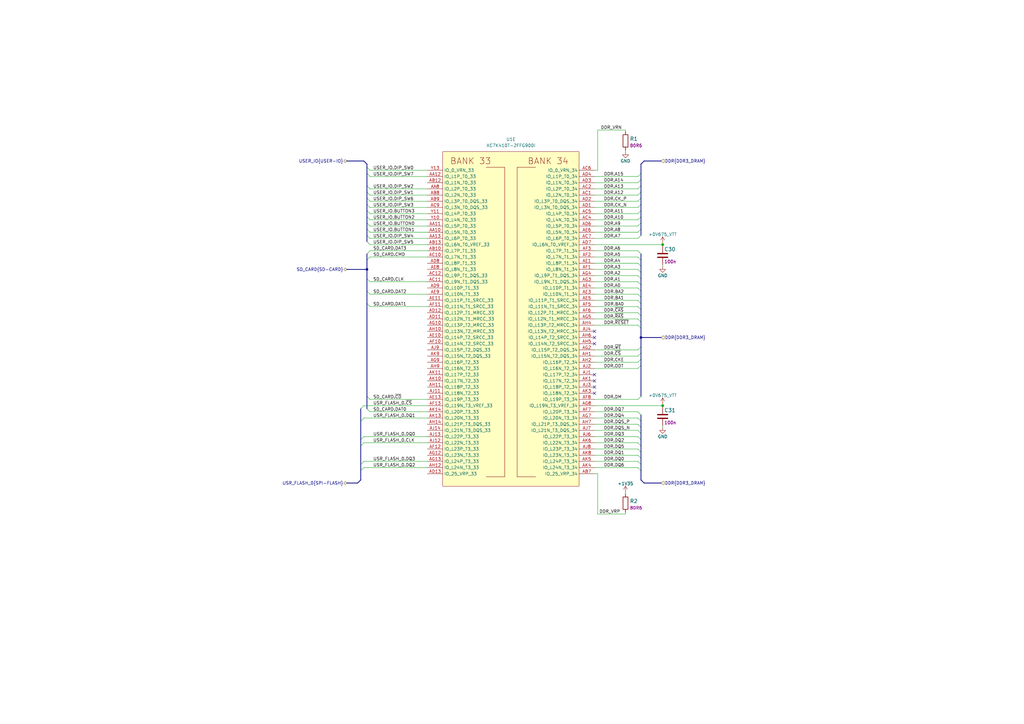
<source format=kicad_sch>
(kicad_sch (version 20211123) (generator eeschema)
  (paper "A3")
  (title_block (title "K410T devboard") (date "2022-12-20") (rev "0.0.99"))
  (junction (at 262.89 138.43))
  (junction (at 271.78 100.33))
  (junction (at 150.495 110.49))
  (junction (at 271.78 166.37))
  (no_connect (at 243.84 156.21))
  (no_connect (at 243.84 135.89))
  (no_connect (at 243.84 153.67))
  (no_connect (at 243.84 158.75))
  (no_connect (at 243.84 138.43))
  (no_connect (at 243.84 140.97))
  (no_connect (at 243.84 161.29))
  (bus_entry (at 150.495 78.74) (size 1.27 1.27))
  (bus_entry (at 150.495 88.9) (size 1.27 1.27))
  (bus_entry (at 262.89 121.92) (size -1.27 -1.27))
  (bus_entry (at 262.89 86.36) (size -1.27 1.27))
  (bus_entry (at 262.89 106.68) (size -1.27 -1.27))
  (bus_entry (at 150.495 81.28) (size 1.27 1.27))
  (bus_entry (at 262.89 81.28) (size -1.27 1.27))
  (bus_entry (at 150.495 93.98) (size 1.27 1.27))
  (bus_entry (at 147.955 193.04) (size 1.27 -1.27))
  (bus_entry (at 262.89 111.76) (size -1.27 -1.27))
  (bus_entry (at 150.495 96.52) (size 1.27 1.27))
  (bus_entry (at 262.89 180.34) (size -1.27 -1.27))
  (bus_entry (at 262.89 172.72) (size -1.27 -1.27))
  (bus_entry (at 262.89 177.8) (size -1.27 -1.27))
  (bus_entry (at 147.955 167.64) (size 1.27 -1.27))
  (bus_entry (at 262.89 76.2) (size -1.27 1.27))
  (bus_entry (at 262.89 71.12) (size -1.27 1.27))
  (bus_entry (at 262.89 187.96) (size -1.27 -1.27))
  (bus_entry (at 262.89 132.08) (size -1.27 -1.27))
  (bus_entry (at 150.495 76.2) (size 1.27 1.27))
  (bus_entry (at 150.495 114.3) (size 1.27 1.27))
  (bus_entry (at 262.89 73.66) (size -1.27 1.27))
  (bus_entry (at 150.495 104.14) (size 1.27 -1.27))
  (bus_entry (at 262.89 124.46) (size -1.27 -1.27))
  (bus_entry (at 262.89 170.18) (size -1.27 -1.27))
  (bus_entry (at 262.89 127) (size -1.27 -1.27))
  (bus_entry (at 262.89 96.52) (size -1.27 1.27))
  (bus_entry (at 262.89 142.24) (size -1.27 1.27))
  (bus_entry (at 150.495 91.44) (size 1.27 1.27))
  (bus_entry (at 262.89 91.44) (size -1.27 1.27))
  (bus_entry (at 150.495 86.36) (size 1.27 1.27))
  (bus_entry (at 262.89 147.32) (size -1.27 1.27))
  (bus_entry (at 262.89 114.3) (size -1.27 -1.27))
  (bus_entry (at 147.955 190.5) (size 1.27 -1.27))
  (bus_entry (at 262.89 78.74) (size -1.27 1.27))
  (bus_entry (at 262.89 109.22) (size -1.27 -1.27))
  (bus_entry (at 150.495 167.64) (size 1.27 1.27))
  (bus_entry (at 262.89 149.86) (size -1.27 1.27))
  (bus_entry (at 262.89 88.9) (size -1.27 1.27))
  (bus_entry (at 262.89 134.62) (size -1.27 -1.27))
  (bus_entry (at 262.89 119.38) (size -1.27 -1.27))
  (bus_entry (at 150.495 162.56) (size 1.27 1.27))
  (bus_entry (at 262.89 104.14) (size -1.27 -1.27))
  (bus_entry (at 147.955 182.88) (size 1.27 -1.27))
  (bus_entry (at 262.89 190.5) (size -1.27 -1.27))
  (bus_entry (at 262.89 93.98) (size -1.27 1.27))
  (bus_entry (at 262.89 175.26) (size -1.27 -1.27))
  (bus_entry (at 150.495 71.12) (size 1.27 1.27))
  (bus_entry (at 150.495 124.46) (size 1.27 1.27))
  (bus_entry (at 262.89 144.78) (size -1.27 1.27))
  (bus_entry (at 150.495 106.68) (size 1.27 -1.27))
  (bus_entry (at 262.89 162.56) (size -1.27 1.27))
  (bus_entry (at 262.89 83.82) (size -1.27 1.27))
  (bus_entry (at 262.89 129.54) (size -1.27 -1.27))
  (bus_entry (at 147.955 172.72) (size 1.27 -1.27))
  (bus_entry (at 262.89 116.84) (size -1.27 -1.27))
  (bus_entry (at 150.495 83.82) (size 1.27 1.27))
  (bus_entry (at 150.495 119.38) (size 1.27 1.27))
  (bus_entry (at 150.495 68.58) (size 1.27 1.27))
  (bus_entry (at 262.89 185.42) (size -1.27 -1.27))
  (bus_entry (at 150.495 99.06) (size 1.27 1.27))
  (bus_entry (at 147.955 180.34) (size 1.27 -1.27))
  (bus_entry (at 262.89 182.88) (size -1.27 -1.27))
  (bus_entry (at 262.89 193.04) (size -1.27 -1.27))
  (bus (pts (xy 262.89 193.04) (xy 262.89 196.85)))
  (bus (pts (xy 150.495 110.49) (xy 150.495 114.3)))
  (wire (pts (xy 151.765 115.57) (xy 175.26 115.57)))
  (wire (pts (xy 261.62 95.25) (xy 243.84 95.25)))
  (bus (pts (xy 142.24 198.12) (xy 146.685 198.12)))
  (wire (pts (xy 261.62 115.57) (xy 243.84 115.57)))
  (wire (pts (xy 243.84 100.33) (xy 271.78 100.33)))
  (wire (pts (xy 151.765 69.85) (xy 175.26 69.85)))
  (bus (pts (xy 262.89 177.8) (xy 262.89 180.34)))
  (wire (pts (xy 151.765 97.79) (xy 175.26 97.79)))
  (wire (pts (xy 243.84 179.07) (xy 261.62 179.07)))
  (wire (pts (xy 243.84 186.69) (xy 261.62 186.69)))
  (wire (pts (xy 261.62 80.01) (xy 243.84 80.01)))
  (bus (pts (xy 147.955 190.5) (xy 147.955 193.04)))
  (wire (pts (xy 243.84 171.45) (xy 261.62 171.45)))
  (wire (pts (xy 151.765 95.25) (xy 175.26 95.25)))
  (bus (pts (xy 262.89 124.46) (xy 262.89 127)))
  (bus (pts (xy 262.89 190.5) (xy 262.89 193.04)))
  (wire (pts (xy 151.765 77.47) (xy 175.26 77.47)))
  (wire (pts (xy 151.765 163.83) (xy 175.26 163.83)))
  (wire (pts (xy 151.765 90.17) (xy 175.26 90.17)))
  (wire (pts (xy 243.84 173.99) (xy 261.62 173.99)))
  (wire (pts (xy 261.62 92.71) (xy 243.84 92.71)))
  (wire (pts (xy 261.62 120.65) (xy 243.84 120.65)))
  (wire (pts (xy 256.54 61.595) (xy 256.54 62.23)))
  (bus (pts (xy 262.89 132.08) (xy 262.89 134.62)))
  (bus (pts (xy 262.89 93.98) (xy 262.89 96.52)))
  (wire (pts (xy 271.78 100.33) (xy 271.78 100.965)))
  (bus (pts (xy 262.89 187.96) (xy 262.89 190.5)))
  (wire (pts (xy 243.84 128.27) (xy 261.62 128.27)))
  (bus (pts (xy 150.495 81.28) (xy 150.495 83.82)))
  (bus (pts (xy 147.955 172.72) (xy 147.955 180.34)))
  (wire (pts (xy 245.11 53.34) (xy 256.54 53.34)))
  (bus (pts (xy 142.24 66.04) (xy 149.225 66.04)))
  (wire (pts (xy 149.225 181.61) (xy 175.26 181.61)))
  (wire (pts (xy 271.78 165.735) (xy 271.78 166.37)))
  (wire (pts (xy 261.62 125.73) (xy 243.84 125.73)))
  (bus (pts (xy 150.495 106.68) (xy 150.495 110.49)))
  (wire (pts (xy 243.84 176.53) (xy 261.62 176.53)))
  (wire (pts (xy 243.84 166.37) (xy 271.78 166.37)))
  (bus (pts (xy 262.89 142.24) (xy 262.89 144.78)))
  (bus (pts (xy 262.89 106.68) (xy 262.89 109.22)))
  (bus (pts (xy 147.955 182.88) (xy 147.955 190.5)))
  (wire (pts (xy 261.62 113.03) (xy 243.84 113.03)))
  (wire (pts (xy 151.765 100.33) (xy 175.26 100.33)))
  (wire (pts (xy 271.78 175.26) (xy 271.78 174.625)))
  (bus (pts (xy 262.89 73.66) (xy 262.89 76.2)))
  (bus (pts (xy 262.89 88.9) (xy 262.89 91.44)))
  (wire (pts (xy 149.225 191.77) (xy 175.26 191.77)))
  (bus (pts (xy 150.495 86.36) (xy 150.495 88.9)))
  (bus (pts (xy 262.89 119.38) (xy 262.89 121.92)))
  (bus (pts (xy 150.495 88.9) (xy 150.495 91.44)))
  (wire (pts (xy 271.78 109.22) (xy 271.78 108.585)))
  (bus (pts (xy 150.495 104.14) (xy 150.495 106.68)))
  (bus (pts (xy 147.955 167.64) (xy 147.955 172.72)))
  (bus (pts (xy 150.495 76.2) (xy 150.495 78.74)))
  (wire (pts (xy 243.84 168.91) (xy 261.62 168.91)))
  (bus (pts (xy 147.955 196.85) (xy 146.685 198.12)))
  (wire (pts (xy 261.62 133.35) (xy 243.84 133.35)))
  (bus (pts (xy 262.89 109.22) (xy 262.89 111.76)))
  (wire (pts (xy 151.765 168.91) (xy 175.26 168.91)))
  (wire (pts (xy 243.84 184.15) (xy 261.62 184.15)))
  (wire (pts (xy 271.78 99.695) (xy 271.78 100.33)))
  (bus (pts (xy 262.89 81.28) (xy 262.89 83.82)))
  (bus (pts (xy 262.89 185.42) (xy 262.89 187.96)))
  (wire (pts (xy 149.225 171.45) (xy 175.26 171.45)))
  (wire (pts (xy 261.62 102.87) (xy 243.84 102.87)))
  (bus (pts (xy 262.89 147.32) (xy 262.89 149.86)))
  (wire (pts (xy 261.62 74.93) (xy 243.84 74.93)))
  (wire (pts (xy 151.765 102.87) (xy 175.26 102.87)))
  (bus (pts (xy 262.89 138.43) (xy 271.145 138.43)))
  (wire (pts (xy 243.84 181.61) (xy 261.62 181.61)))
  (bus (pts (xy 150.495 71.12) (xy 150.495 76.2)))
  (bus (pts (xy 150.495 91.44) (xy 150.495 93.98)))
  (bus (pts (xy 262.89 180.34) (xy 262.89 182.88)))
  (bus (pts (xy 150.495 162.56) (xy 150.495 167.64)))
  (bus (pts (xy 262.89 76.2) (xy 262.89 78.74)))
  (bus (pts (xy 262.89 149.86) (xy 262.89 162.56)))
  (bus (pts (xy 262.89 182.88) (xy 262.89 185.42)))
  (bus (pts (xy 147.955 193.04) (xy 147.955 196.85)))
  (bus (pts (xy 264.16 198.12) (xy 271.145 198.12)))
  (wire (pts (xy 261.62 82.55) (xy 243.84 82.55)))
  (bus (pts (xy 147.955 180.34) (xy 147.955 182.88)))
  (bus (pts (xy 262.89 91.44) (xy 262.89 93.98)))
  (wire (pts (xy 261.62 148.59) (xy 243.84 148.59)))
  (bus (pts (xy 150.495 67.31) (xy 150.495 68.58)))
  (bus (pts (xy 150.495 114.3) (xy 150.495 119.38)))
  (wire (pts (xy 261.62 85.09) (xy 243.84 85.09)))
  (wire (pts (xy 256.54 210.185) (xy 256.54 210.82)))
  (bus (pts (xy 150.495 96.52) (xy 150.495 99.06)))
  (bus (pts (xy 262.89 121.92) (xy 262.89 124.46)))
  (wire (pts (xy 245.11 194.31) (xy 245.11 210.82)))
  (wire (pts (xy 243.84 146.05) (xy 261.62 146.05)))
  (wire (pts (xy 261.62 151.13) (xy 243.84 151.13)))
  (bus (pts (xy 262.89 116.84) (xy 262.89 119.38)))
  (wire (pts (xy 151.765 105.41) (xy 175.26 105.41)))
  (wire (pts (xy 271.78 166.37) (xy 271.78 167.005)))
  (bus (pts (xy 150.495 78.74) (xy 150.495 81.28)))
  (wire (pts (xy 261.62 77.47) (xy 243.84 77.47)))
  (bus (pts (xy 262.89 172.72) (xy 262.89 175.26)))
  (wire (pts (xy 261.62 97.79) (xy 243.84 97.79)))
  (bus (pts (xy 262.89 196.85) (xy 264.16 198.12)))
  (wire (pts (xy 243.84 130.81) (xy 261.62 130.81)))
  (wire (pts (xy 149.225 189.23) (xy 175.26 189.23)))
  (wire (pts (xy 243.84 189.23) (xy 261.62 189.23)))
  (bus (pts (xy 262.89 83.82) (xy 262.89 86.36)))
  (bus (pts (xy 264.16 66.04) (xy 271.145 66.04)))
  (bus (pts (xy 150.495 93.98) (xy 150.495 96.52)))
  (wire (pts (xy 256.54 201.93) (xy 256.54 202.565)))
  (bus (pts (xy 262.89 86.36) (xy 262.89 88.9)))
  (wire (pts (xy 243.84 194.31) (xy 245.11 194.31)))
  (bus (pts (xy 150.495 124.46) (xy 150.495 162.56)))
  (wire (pts (xy 243.84 191.77) (xy 261.62 191.77)))
  (bus (pts (xy 262.89 111.76) (xy 262.89 114.3)))
  (wire (pts (xy 151.765 92.71) (xy 175.26 92.71)))
  (wire (pts (xy 151.765 125.73) (xy 175.26 125.73)))
  (bus (pts (xy 262.89 170.18) (xy 262.89 172.72)))
  (bus (pts (xy 262.89 144.78) (xy 262.89 147.32)))
  (bus (pts (xy 262.89 138.43) (xy 262.89 142.24)))
  (bus (pts (xy 150.495 68.58) (xy 150.495 71.12)))
  (wire (pts (xy 151.765 82.55) (xy 175.26 82.55)))
  (bus (pts (xy 262.89 104.14) (xy 262.89 106.68)))
  (wire (pts (xy 149.225 166.37) (xy 175.26 166.37)))
  (wire (pts (xy 243.84 163.83) (xy 261.62 163.83)))
  (wire (pts (xy 256.54 53.34) (xy 256.54 53.975)))
  (wire (pts (xy 261.62 87.63) (xy 243.84 87.63)))
  (wire (pts (xy 243.84 69.85) (xy 245.11 69.85)))
  (wire (pts (xy 261.62 90.17) (xy 243.84 90.17)))
  (wire (pts (xy 261.62 110.49) (xy 243.84 110.49)))
  (bus (pts (xy 262.89 127) (xy 262.89 129.54)))
  (wire (pts (xy 261.62 118.11) (xy 243.84 118.11)))
  (bus (pts (xy 262.89 175.26) (xy 262.89 177.8)))
  (wire (pts (xy 151.765 120.65) (xy 175.26 120.65)))
  (bus (pts (xy 262.89 67.31) (xy 262.89 71.12)))
  (bus (pts (xy 262.89 71.12) (xy 262.89 73.66)))
  (wire (pts (xy 261.62 105.41) (xy 243.84 105.41)))
  (wire (pts (xy 261.62 107.95) (xy 243.84 107.95)))
  (wire (pts (xy 245.11 69.85) (xy 245.11 53.34)))
  (bus (pts (xy 262.89 129.54) (xy 262.89 132.08)))
  (wire (pts (xy 151.765 80.01) (xy 175.26 80.01)))
  (bus (pts (xy 150.495 83.82) (xy 150.495 86.36)))
  (bus (pts (xy 262.89 114.3) (xy 262.89 116.84)))
  (bus (pts (xy 262.89 134.62) (xy 262.89 138.43)))
  (wire (pts (xy 151.765 72.39) (xy 175.26 72.39)))
  (wire (pts (xy 151.765 85.09) (xy 175.26 85.09)))
  (bus (pts (xy 150.495 119.38) (xy 150.495 124.46)))
  (bus (pts (xy 150.495 67.31) (xy 149.225 66.04)))
  (wire (pts (xy 245.11 210.82) (xy 256.54 210.82)))
  (wire (pts (xy 151.765 87.63) (xy 175.26 87.63)))
  (bus (pts (xy 262.89 67.31) (xy 264.16 66.04)))
  (bus (pts (xy 262.89 78.74) (xy 262.89 81.28)))
  (bus (pts (xy 142.24 110.49) (xy 150.495 110.49)))
  (wire (pts (xy 261.62 123.19) (xy 243.84 123.19)))
  (wire (pts (xy 261.62 72.39) (xy 243.84 72.39)))
  (wire (pts (xy 243.84 143.51) (xy 261.62 143.51)))
  (wire (pts (xy 149.225 179.07) (xy 175.26 179.07)))
  (label "DDR.A0" (at 247.65 118.11 0))
  (label "DDR.A9" (at 247.65 92.71 0))
  (label "DDR.A1" (at 247.65 115.57 0))
  (label "DDR.A14" (at 247.65 74.93 0))
  (label "DDR.DQ4" (at 247.65 171.45 0))
  (label "DDR.DQ2" (at 247.65 181.61 0))
  (label "DDR.BA2" (at 255.905 120.65 180))
  (label "DDR.A8" (at 247.65 95.25 0))
  (label "SD_CARD.DAT1" (at 153.035 125.73 0))
  (label "DDR.~{RAS}" (at 247.65 130.81 0))
  (label "USR_FLASH_0.DQ3" (at 153.035 189.23 0))
  (label "SD_CARD.DAT2" (at 153.035 120.65 0))
  (label "DDR.DQS_P" (at 247.65 173.99 0))
  (label "DDR.DQ1" (at 247.65 186.69 0))
  (label "USER_IO.DIP_SW0" (at 153.035 69.85 0))
  (label "DDR.A2" (at 247.65 113.03 0))
  (label "DDR_VRN" (at 246.38 53.34 0))
  (label "SD_CARD.DAT0" (at 153.035 168.91 0))
  (label "USR_FLASH_0.CLK" (at 153.035 181.61 0))
  (label "USER_IO.BUTTON1" (at 153.035 95.25 0))
  (label "DDR.~{CAS}" (at 247.65 128.27 0))
  (label "USER_IO.BUTTON2" (at 153.035 90.17 0))
  (label "DDR.~{WE}" (at 247.65 143.51 0))
  (label "DDR.ODT" (at 247.65 151.13 0))
  (label "DDR.A12" (at 247.65 80.01 0))
  (label "DDR.DQ0" (at 247.65 189.23 0))
  (label "DDR.A3" (at 247.65 110.49 0))
  (label "DDR.CK_N" (at 247.65 85.09 0))
  (label "USER_IO.DIP_SW1" (at 153.035 80.01 0))
  (label "DDR.A7" (at 247.65 97.79 0))
  (label "SD_CARD.~{CD}" (at 153.035 163.83 0))
  (label "DDR.~{CS}" (at 247.65 146.05 0))
  (label "USER_IO.DIP_SW5" (at 153.035 100.33 0))
  (label "USER_IO.BUTTON0" (at 153.035 92.71 0))
  (label "DDR.DQS_N" (at 247.65 176.53 0))
  (label "SD_CARD.DAT3" (at 153.035 102.87 0))
  (label "DDR.A11" (at 247.65 87.63 0))
  (label "DDR.DQ5" (at 247.65 184.15 0))
  (label "DDR.BA1" (at 255.905 123.19 180))
  (label "USER_IO.BUTTON3" (at 153.035 87.63 0))
  (label "DDR.~{RESET}" (at 247.65 133.35 0))
  (label "USR_FLASH_0.DQ2" (at 153.035 191.77 0))
  (label "USER_IO.DIP_SW4" (at 153.035 97.79 0))
  (label "DDR.CKE" (at 247.65 148.59 0))
  (label "DDR.A13" (at 247.65 77.47 0))
  (label "USER_IO.DIP_SW7" (at 153.035 72.39 0))
  (label "DDR_VRP" (at 245.745 210.82 0))
  (label "DDR.A15" (at 247.65 72.39 0))
  (label "DDR.A10" (at 247.65 90.17 0))
  (label "SD_CARD.CMD" (at 153.035 105.41 0))
  (label "DDR.DQ6" (at 247.65 191.77 0))
  (label "USER_IO.DIP_SW3" (at 153.035 85.09 0))
  (label "USR_FLASH_0.DQ1" (at 153.035 171.45 0))
  (label "DDR.A4" (at 247.65 107.95 0))
  (label "USR_FLASH_0.~{CS}" (at 153.035 166.37 0))
  (label "USR_FLASH_0.DQ0" (at 153.035 179.07 0))
  (label "DDR.DM" (at 247.65 163.83 0))
  (label "DDR.BA0" (at 255.905 125.73 180))
  (label "DDR.A5" (at 247.65 105.41 0))
  (label "SD_CARD.CLK" (at 153.035 115.57 0))
  (label "USER_IO.DIP_SW2" (at 153.035 77.47 0))
  (label "DDR.CK_P" (at 247.65 82.55 0))
  (label "DDR.DQ3" (at 247.65 179.07 0))
  (label "DDR.DQ7" (at 247.65 168.91 0))
  (label "USER_IO.DIP_SW6" (at 153.035 82.55 0))
  (label "DDR.A6" (at 247.65 102.87 0))
  (hierarchical_label "USER_IO{USER-IO}" (shape bidirectional) (at 142.24 66.04 180))
  (hierarchical_label "DDR{DDR3_DRAM}" (shape input) (at 271.145 66.04 0))
  (hierarchical_label "SD_CARD{SD-CARD}" (shape bidirectional) (at 142.24 110.49 180))
  (hierarchical_label "USR_FLASH_0{SPI-FLASH}" (shape bidirectional) (at 142.24 198.12 180))
  (hierarchical_label "DDR{DDR3_DRAM}" (shape input) (at 271.145 198.12 0))
  (hierarchical_label "DDR{DDR3_DRAM}" (shape input) (at 271.145 138.43 0))
  (symbol (lib_id "antmicroResistors0402:R_80R6_0402") (at 256.54 57.785 90) (unit 1)
    (property "Reference" "R1" (at 258.318 56.9504 90) (effects (font (size 1.524 1.524)) (justify right)))
    (property "Value" "R_80R6_0402" (effects hide))
    (property "Footprint" "antmicro-footprints:0402-res" (effects hide))
    (property "Manufacturer" "MULTICOMP" (effects hide))
    (property "MPN" "MC00625W0402180R6" (effects hide))
    (property "Val" "80R6" (at 258.318 59.7155 90) (effects (justify right)))
  )
  (symbol (lib_id "antmicroCapacitorsmisc:C_100n_0201") (at 271.78 170.815 0) (unit 1)
    (property "Reference" "C31" (at 272.415 168.275 0) (effects (font (size 1.524 1.524)) (justify left)))
    (property "Value" "C_100n_0201" (effects hide))
    (property "Footprint" "antmicro-footprints:0201-res" (effects hide))
    (property "Manufacturer" "YAGEO" (effects hide))
    (property "MPN" "CC0201KRX6S5BB104" (effects hide))
    (property "Val" "100n" (at 272.415 173.355 0) (effects (justify left)))
  )
  (symbol (lib_id "power:GND") (at 271.78 109.22 0) (unit 1)
    (property "Reference" "#PWR0118" (effects hide))
    (property "Value" "GND" (at 271.78 113.03 0))
  )
  (symbol (lib_id "antmicroResistors0402:R_80R6_0402") (at 256.54 206.375 90) (unit 1)
    (property "Reference" "R2" (at 258.318 205.5404 90) (effects (font (size 1.524 1.524)) (justify right)))
    (property "Value" "R_80R6_0402" (effects hide))
    (property "Footprint" "antmicro-footprints:0402-res" (effects hide))
    (property "Manufacturer" "MULTICOMP" (effects hide))
    (property "MPN" "MC00625W0402180R6" (effects hide))
    (property "Val" "80R6" (at 258.318 208.3055 90) (effects (justify right)))
  )
  (symbol (lib_id "power:+1V35") (at 256.54 201.93 0) (unit 1)
    (property "Reference" "#PWR0117" (effects hide))
    (property "Value" "+1V35" (at 256.54 198.3542 0))
  )
  (symbol (lib_id "antmicroPower:+0V675_VTT") (at 271.78 99.695 0) (unit 1)
    (property "Reference" "#PWR0170" (effects hide))
    (property "Value" "+0V675_VTT" (at 271.78 96.1192 0))
  )
  (symbol (lib_id "antmicroMicrocontrollers:XC7K410T-2FFG900I") (at 209.55 130.81 0) (unit 5)
    (property "Reference" "U1" (at 209.55 57.15 0))
    (property "Value" "XC7K410T-2FFG900I" (at 209.55 59.69 0))
    (property "Footprint" "antmicro-footprints:xc7k410t-2ffg900I" (effects hide))
    (property "Datasheet" "https://eu.mouser.com/datasheet/2/903/ds180_7Series_Overview-1591537.pdf" (effects hide))
    (property "Manufacturer" "Xilinx" (effects hide))
    (property "MPN" "XC7K410T-2FFG900I" (effects hide))
  )
  (symbol (lib_id "power:GND") (at 271.78 175.26 0) (unit 1)
    (property "Reference" "#PWR0120" (effects hide))
    (property "Value" "GND" (at 271.78 179.07 0))
  )
  (symbol (lib_id "antmicroPower:+0V675_VTT") (at 271.78 165.735 0) (unit 1)
    (property "Reference" "#PWR0169" (effects hide))
    (property "Value" "+0V675_VTT" (at 271.78 162.1592 0))
  )
  (symbol (lib_id "antmicroCapacitorsmisc:C_100n_0201") (at 271.78 104.775 0) (unit 1)
    (property "Reference" "C30" (at 272.415 102.235 0) (effects (font (size 1.524 1.524)) (justify left)))
    (property "Value" "C_100n_0201" (effects hide))
    (property "Footprint" "antmicro-footprints:0201-res" (effects hide))
    (property "Manufacturer" "YAGEO" (effects hide))
    (property "MPN" "CC0201KRX6S5BB104" (effects hide))
    (property "Val" "100n" (at 272.415 107.315 0) (effects (justify left)))
  )
  (symbol (lib_id "power:GND") (at 256.54 62.23 0) (unit 1)
    (property "Reference" "#PWR0119" (effects hide))
    (property "Value" "GND" (at 256.54 66.04 0))
  )
)
</source>
